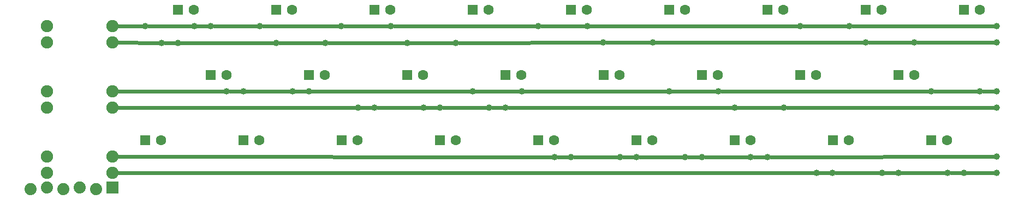
<source format=gtl>
G04 MADE WITH FRITZING*
G04 WWW.FRITZING.ORG*
G04 DOUBLE SIDED*
G04 HOLES PLATED*
G04 CONTOUR ON CENTER OF CONTOUR VECTOR*
%ASAXBY*%
%FSLAX23Y23*%
%MOIN*%
%OFA0B0*%
%SFA1.0B1.0*%
%ADD10C,0.074000*%
%ADD11C,0.062992*%
%ADD12C,0.075000*%
%ADD13C,0.039370*%
%ADD14R,0.062992X0.062992*%
%ADD15C,0.024000*%
%ADD16R,0.001000X0.001000*%
%LNCOPPER1*%
G90*
G70*
G54D10*
X577Y83D03*
X477Y73D03*
X377Y83D03*
X277Y73D03*
X177Y83D03*
X77Y73D03*
X577Y83D03*
X477Y73D03*
X377Y83D03*
X277Y73D03*
X177Y83D03*
X77Y73D03*
X577Y83D03*
X477Y73D03*
X377Y83D03*
X277Y73D03*
X177Y83D03*
X77Y73D03*
G54D11*
X5777Y1173D03*
X5876Y1173D03*
X5777Y1173D03*
X5876Y1173D03*
X5577Y373D03*
X5676Y373D03*
X5577Y373D03*
X5676Y373D03*
X5377Y773D03*
X5476Y773D03*
X5377Y773D03*
X5476Y773D03*
X5177Y1173D03*
X5276Y1173D03*
X5177Y1173D03*
X5276Y1173D03*
X4977Y373D03*
X5076Y373D03*
X4977Y373D03*
X5076Y373D03*
X4777Y773D03*
X4876Y773D03*
X4777Y773D03*
X4876Y773D03*
X4577Y1173D03*
X4676Y1173D03*
X4577Y1173D03*
X4676Y1173D03*
X4377Y373D03*
X4476Y373D03*
X4377Y373D03*
X4476Y373D03*
X4177Y773D03*
X4276Y773D03*
X4177Y773D03*
X4276Y773D03*
X3977Y1173D03*
X4076Y1173D03*
X3977Y1173D03*
X4076Y1173D03*
X3777Y373D03*
X3876Y373D03*
X3777Y373D03*
X3876Y373D03*
X3577Y773D03*
X3676Y773D03*
X3577Y773D03*
X3676Y773D03*
X3377Y1173D03*
X3476Y1173D03*
X3377Y1173D03*
X3476Y1173D03*
X3177Y373D03*
X3276Y373D03*
X3177Y373D03*
X3276Y373D03*
X2977Y773D03*
X3076Y773D03*
X2977Y773D03*
X3076Y773D03*
X2777Y1173D03*
X2876Y1173D03*
X2777Y1173D03*
X2876Y1173D03*
X2577Y373D03*
X2676Y373D03*
X2577Y373D03*
X2676Y373D03*
X2377Y773D03*
X2476Y773D03*
X2377Y773D03*
X2476Y773D03*
X2177Y1173D03*
X2276Y1173D03*
X2177Y1173D03*
X2276Y1173D03*
X1977Y373D03*
X2076Y373D03*
X1977Y373D03*
X2076Y373D03*
X1777Y773D03*
X1876Y773D03*
X1777Y773D03*
X1876Y773D03*
X1577Y1173D03*
X1676Y1173D03*
X1577Y1173D03*
X1676Y1173D03*
X1377Y373D03*
X1476Y373D03*
X1377Y373D03*
X1476Y373D03*
X1177Y773D03*
X1276Y773D03*
X1177Y773D03*
X1276Y773D03*
X977Y1173D03*
X1076Y1173D03*
X977Y1173D03*
X1076Y1173D03*
X777Y373D03*
X876Y373D03*
X777Y373D03*
X876Y373D03*
G54D12*
X177Y173D03*
X577Y173D03*
X177Y173D03*
X577Y173D03*
X177Y273D03*
X577Y273D03*
X177Y273D03*
X577Y273D03*
X177Y573D03*
X577Y573D03*
X177Y573D03*
X577Y573D03*
X177Y673D03*
X577Y673D03*
X177Y673D03*
X577Y673D03*
X177Y973D03*
X577Y973D03*
X177Y973D03*
X577Y973D03*
X177Y1073D03*
X577Y1073D03*
X177Y1073D03*
X577Y1073D03*
G54D13*
X778Y1072D03*
X879Y971D03*
X977Y971D03*
X1077Y1072D03*
X1178Y1072D03*
X1276Y672D03*
X1377Y672D03*
X1478Y1072D03*
X1579Y971D03*
X1677Y672D03*
X1777Y672D03*
X1878Y971D03*
X1976Y1072D03*
X2077Y574D03*
X2178Y574D03*
X2279Y1072D03*
X2377Y971D03*
X2477Y574D03*
X2578Y574D03*
X2676Y971D03*
X2777Y672D03*
X2878Y574D03*
X2979Y574D03*
X3077Y672D03*
X3179Y1072D03*
X3279Y271D03*
X3378Y271D03*
X3477Y1072D03*
X3576Y973D03*
X3679Y271D03*
X3778Y271D03*
X3877Y973D03*
X3977Y672D03*
X4076Y271D03*
X4179Y271D03*
X4278Y672D03*
X4377Y572D03*
X4476Y271D03*
X4579Y271D03*
X4679Y572D03*
X4778Y1072D03*
X4877Y172D03*
X4976Y172D03*
X5079Y1072D03*
X5178Y973D03*
X5277Y172D03*
X5377Y172D03*
X5476Y973D03*
X5579Y672D03*
X5678Y172D03*
X5777Y172D03*
X5876Y672D03*
X5977Y1073D03*
X5977Y573D03*
X5977Y673D03*
X5977Y173D03*
X5977Y273D03*
X5977Y973D03*
G54D14*
X5777Y1173D03*
X5777Y1173D03*
X5577Y373D03*
X5577Y373D03*
X5377Y773D03*
X5377Y773D03*
X5177Y1173D03*
X5177Y1173D03*
X4977Y373D03*
X4977Y373D03*
X4777Y773D03*
X4777Y773D03*
X4577Y1173D03*
X4577Y1173D03*
X4377Y373D03*
X4377Y373D03*
X4177Y773D03*
X4177Y773D03*
X3977Y1173D03*
X3977Y1173D03*
X3777Y373D03*
X3777Y373D03*
X3577Y773D03*
X3577Y773D03*
X3377Y1173D03*
X3377Y1173D03*
X3177Y373D03*
X3177Y373D03*
X2977Y773D03*
X2977Y773D03*
X2777Y1173D03*
X2777Y1173D03*
X2577Y373D03*
X2577Y373D03*
X2377Y773D03*
X2377Y773D03*
X2177Y1173D03*
X2177Y1173D03*
X1977Y373D03*
X1977Y373D03*
X1777Y773D03*
X1777Y773D03*
X1577Y1173D03*
X1577Y1173D03*
X1377Y373D03*
X1377Y373D03*
X1177Y773D03*
X1177Y773D03*
X977Y1173D03*
X977Y1173D03*
X777Y373D03*
X777Y373D03*
G54D15*
X5060Y1072D02*
X4797Y1072D01*
D02*
X4759Y1072D02*
X3496Y1072D01*
D02*
X3458Y1072D02*
X3198Y1072D01*
D02*
X3160Y1072D02*
X2298Y1072D01*
D02*
X2260Y1072D02*
X1995Y1072D01*
D02*
X1957Y1072D02*
X1497Y1072D01*
D02*
X1459Y1072D02*
X1197Y1072D01*
D02*
X1159Y1072D02*
X1096Y1072D01*
D02*
X1058Y1072D02*
X797Y1072D01*
D02*
X759Y1072D02*
X606Y1073D01*
D02*
X5457Y973D02*
X5197Y973D01*
D02*
X5159Y973D02*
X3896Y973D01*
D02*
X3858Y973D02*
X3595Y973D01*
D02*
X3557Y973D02*
X2695Y971D01*
D02*
X2657Y971D02*
X2396Y971D01*
D02*
X2358Y971D02*
X1897Y971D01*
D02*
X1859Y971D02*
X1598Y971D01*
D02*
X1560Y971D02*
X996Y971D01*
D02*
X958Y971D02*
X898Y971D01*
D02*
X860Y971D02*
X606Y973D01*
D02*
X5857Y672D02*
X5598Y672D01*
D02*
X5560Y672D02*
X4297Y672D01*
D02*
X4259Y672D02*
X3996Y672D01*
D02*
X3958Y672D02*
X3095Y672D01*
D02*
X3058Y672D02*
X2796Y672D01*
D02*
X2758Y672D02*
X1796Y672D01*
D02*
X1758Y672D02*
X1696Y672D01*
D02*
X1658Y672D02*
X1396Y672D01*
D02*
X1358Y672D02*
X1295Y672D01*
D02*
X1257Y672D02*
X606Y673D01*
D02*
X4660Y572D02*
X4396Y572D01*
D02*
X4358Y573D02*
X2998Y574D01*
D02*
X2960Y574D02*
X2897Y574D01*
D02*
X2859Y574D02*
X2597Y574D01*
D02*
X2559Y574D02*
X2496Y574D01*
D02*
X2458Y574D02*
X2197Y574D01*
D02*
X2159Y574D02*
X2096Y574D01*
D02*
X2058Y574D02*
X606Y573D01*
D02*
X4560Y271D02*
X4495Y271D01*
D02*
X4457Y271D02*
X4198Y271D01*
D02*
X4160Y271D02*
X4095Y271D01*
D02*
X4057Y271D02*
X3797Y271D01*
D02*
X3759Y271D02*
X3698Y271D01*
D02*
X3660Y271D02*
X3397Y271D01*
D02*
X3359Y271D02*
X3297Y271D01*
D02*
X3260Y271D02*
X606Y273D01*
D02*
X5758Y172D02*
X5697Y172D01*
D02*
X5659Y172D02*
X5396Y172D01*
D02*
X5358Y172D02*
X5296Y172D01*
D02*
X5258Y172D02*
X4995Y172D01*
D02*
X4957Y172D02*
X4896Y172D01*
D02*
X4858Y172D02*
X4576Y174D01*
D02*
X4576Y174D02*
X606Y173D01*
D02*
X5959Y1073D02*
X5098Y1072D01*
D02*
X5495Y973D02*
X5959Y973D01*
D02*
X5895Y672D02*
X5959Y673D01*
D02*
X4697Y572D02*
X5959Y573D01*
D02*
X4598Y271D02*
X5959Y273D01*
D02*
X5796Y172D02*
X5959Y173D01*
G54D16*
X541Y120D02*
X613Y120D01*
X540Y119D02*
X613Y119D01*
X540Y118D02*
X613Y118D01*
X540Y117D02*
X613Y117D01*
X540Y116D02*
X613Y116D01*
X540Y115D02*
X613Y115D01*
X540Y114D02*
X613Y114D01*
X540Y113D02*
X613Y113D01*
X540Y112D02*
X613Y112D01*
X540Y111D02*
X613Y111D01*
X540Y110D02*
X613Y110D01*
X540Y109D02*
X613Y109D01*
X540Y108D02*
X613Y108D01*
X540Y107D02*
X613Y107D01*
X540Y106D02*
X613Y106D01*
X540Y105D02*
X613Y105D01*
X540Y104D02*
X613Y104D01*
X540Y103D02*
X574Y103D01*
X580Y103D02*
X613Y103D01*
X540Y102D02*
X570Y102D01*
X584Y102D02*
X613Y102D01*
X540Y101D02*
X567Y101D01*
X586Y101D02*
X613Y101D01*
X540Y100D02*
X566Y100D01*
X588Y100D02*
X613Y100D01*
X540Y99D02*
X564Y99D01*
X590Y99D02*
X613Y99D01*
X540Y98D02*
X563Y98D01*
X591Y98D02*
X613Y98D01*
X540Y97D02*
X562Y97D01*
X592Y97D02*
X613Y97D01*
X540Y96D02*
X561Y96D01*
X593Y96D02*
X613Y96D01*
X540Y95D02*
X560Y95D01*
X594Y95D02*
X613Y95D01*
X540Y94D02*
X560Y94D01*
X594Y94D02*
X613Y94D01*
X540Y93D02*
X559Y93D01*
X595Y93D02*
X613Y93D01*
X540Y92D02*
X559Y92D01*
X595Y92D02*
X613Y92D01*
X540Y91D02*
X558Y91D01*
X596Y91D02*
X613Y91D01*
X540Y90D02*
X558Y90D01*
X596Y90D02*
X613Y90D01*
X540Y89D02*
X557Y89D01*
X597Y89D02*
X613Y89D01*
X540Y88D02*
X557Y88D01*
X597Y88D02*
X613Y88D01*
X540Y87D02*
X557Y87D01*
X597Y87D02*
X613Y87D01*
X540Y86D02*
X557Y86D01*
X597Y86D02*
X613Y86D01*
X540Y85D02*
X557Y85D01*
X597Y85D02*
X613Y85D01*
X540Y84D02*
X557Y84D01*
X597Y84D02*
X613Y84D01*
X540Y83D02*
X556Y83D01*
X597Y83D02*
X613Y83D01*
X540Y82D02*
X557Y82D01*
X597Y82D02*
X613Y82D01*
X540Y81D02*
X557Y81D01*
X597Y81D02*
X613Y81D01*
X540Y80D02*
X557Y80D01*
X597Y80D02*
X613Y80D01*
X540Y79D02*
X557Y79D01*
X597Y79D02*
X613Y79D01*
X540Y78D02*
X557Y78D01*
X597Y78D02*
X613Y78D01*
X540Y77D02*
X558Y77D01*
X596Y77D02*
X613Y77D01*
X540Y76D02*
X558Y76D01*
X596Y76D02*
X613Y76D01*
X540Y75D02*
X558Y75D01*
X596Y75D02*
X613Y75D01*
X540Y74D02*
X559Y74D01*
X595Y74D02*
X613Y74D01*
X540Y73D02*
X559Y73D01*
X595Y73D02*
X613Y73D01*
X540Y72D02*
X560Y72D01*
X594Y72D02*
X613Y72D01*
X540Y71D02*
X561Y71D01*
X593Y71D02*
X613Y71D01*
X540Y70D02*
X562Y70D01*
X592Y70D02*
X613Y70D01*
X540Y69D02*
X562Y69D01*
X591Y69D02*
X613Y69D01*
X540Y68D02*
X564Y68D01*
X590Y68D02*
X613Y68D01*
X540Y67D02*
X565Y67D01*
X589Y67D02*
X613Y67D01*
X540Y66D02*
X566Y66D01*
X587Y66D02*
X613Y66D01*
X540Y65D02*
X568Y65D01*
X586Y65D02*
X613Y65D01*
X540Y64D02*
X571Y64D01*
X583Y64D02*
X613Y64D01*
X540Y63D02*
X613Y63D01*
X540Y62D02*
X613Y62D01*
X540Y61D02*
X613Y61D01*
X540Y60D02*
X613Y60D01*
X540Y59D02*
X613Y59D01*
X540Y58D02*
X613Y58D01*
X540Y57D02*
X613Y57D01*
X540Y56D02*
X613Y56D01*
X540Y55D02*
X613Y55D01*
X540Y54D02*
X613Y54D01*
X540Y53D02*
X613Y53D01*
X540Y52D02*
X613Y52D01*
X540Y51D02*
X613Y51D01*
X540Y50D02*
X613Y50D01*
X540Y49D02*
X613Y49D01*
X540Y48D02*
X613Y48D01*
X540Y47D02*
X613Y47D01*
D02*
G04 End of Copper1*
M02*
</source>
